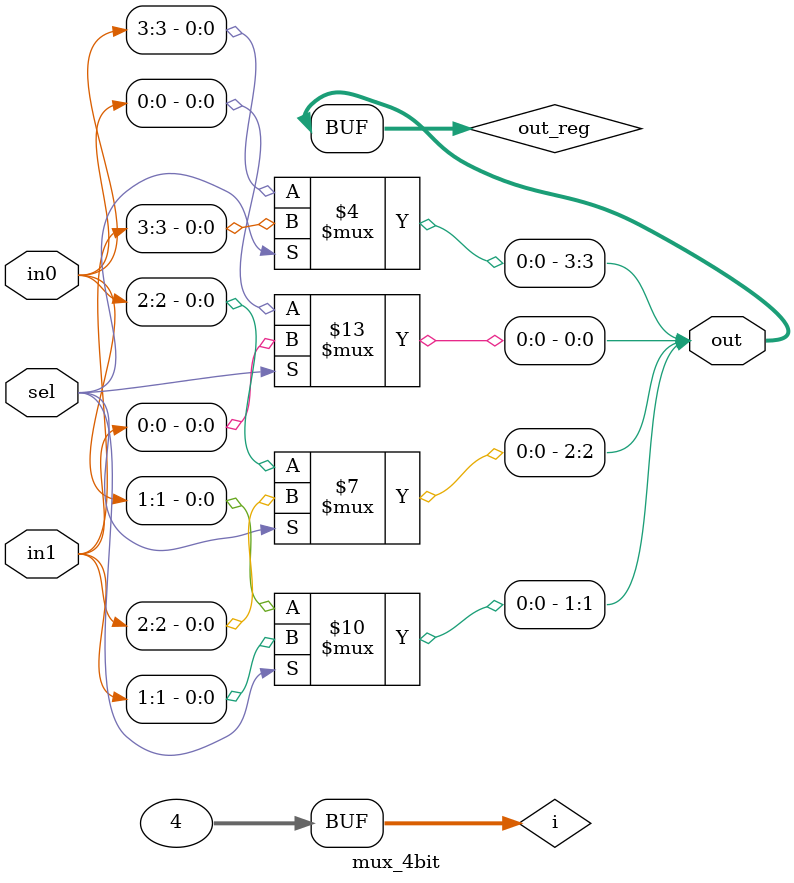
<source format=sv>
module ifelse_mux (
    input wire control,            // Control signal
    input wire [3:0] path_a,       // Data path A
    input wire [3:0] path_b,       // Data path B
    output wire [3:0] selected     // Output data path
);

    // Internal signal for mux output
    wire [3:0] mux_output;

    // Instantiate the 4-bit mux submodule
    mux_4bit u_mux_4bit (
        .sel(control),
        .in0(path_a),
        .in1(path_b),
        .out(mux_output)
    );

    // Assign mux output to selected output
    assign selected = mux_output;

endmodule

// -----------------------------------------------------------------------------
// Submodule: 4-bit 2-to-1 multiplexer
// Function: Selects between two 4-bit inputs based on the select signal
// -----------------------------------------------------------------------------
module mux_4bit (
    input wire sel,                // Select signal
    input wire [3:0] in0,          // Input 0
    input wire [3:0] in1,          // Input 1
    output wire [3:0] out          // Output
);

    reg [3:0] out_reg;
    integer i;

    always @(*) begin
        for (i = 0; i < 4; i = i + 1) begin
            if (sel) begin
                out_reg[i] = in1[i];
            end else begin
                out_reg[i] = in0[i];
            end
        end
    end

    assign out = out_reg;

endmodule
</source>
